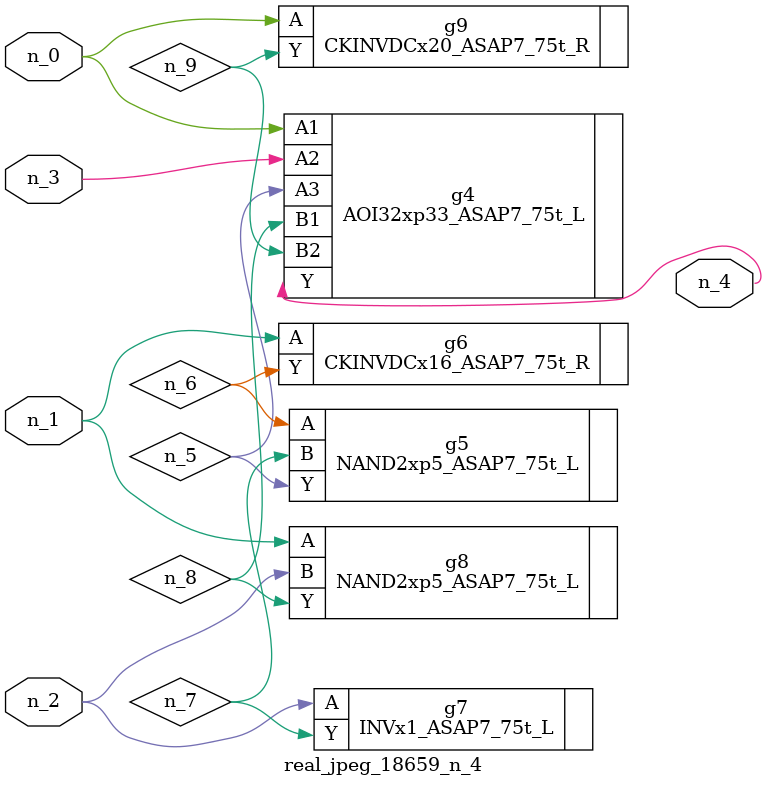
<source format=v>
module real_jpeg_18659_n_4 (n_3, n_1, n_0, n_2, n_4);

input n_3;
input n_1;
input n_0;
input n_2;

output n_4;

wire n_5;
wire n_8;
wire n_6;
wire n_7;
wire n_9;

AOI32xp33_ASAP7_75t_L g4 ( 
.A1(n_0),
.A2(n_3),
.A3(n_5),
.B1(n_8),
.B2(n_9),
.Y(n_4)
);

CKINVDCx20_ASAP7_75t_R g9 ( 
.A(n_0),
.Y(n_9)
);

CKINVDCx16_ASAP7_75t_R g6 ( 
.A(n_1),
.Y(n_6)
);

NAND2xp5_ASAP7_75t_L g8 ( 
.A(n_1),
.B(n_2),
.Y(n_8)
);

INVx1_ASAP7_75t_L g7 ( 
.A(n_2),
.Y(n_7)
);

NAND2xp5_ASAP7_75t_L g5 ( 
.A(n_6),
.B(n_7),
.Y(n_5)
);


endmodule
</source>
